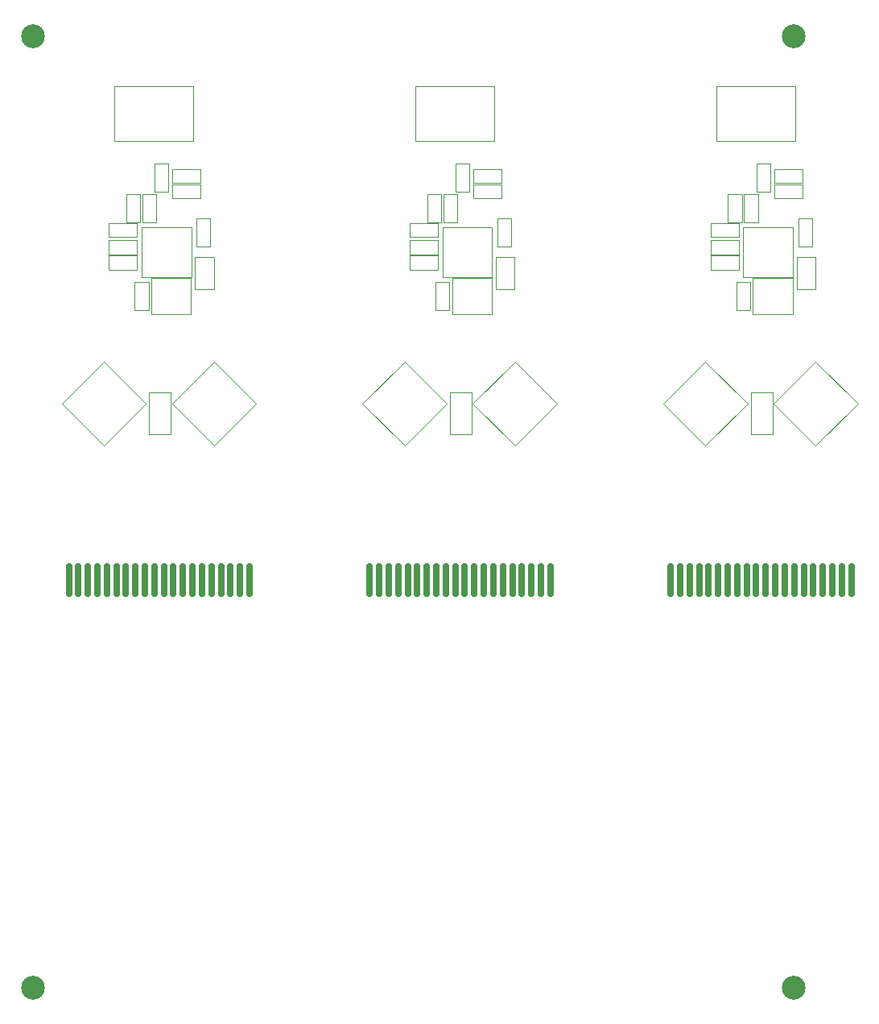
<source format=gbr>
%TF.GenerationSoftware,KiCad,Pcbnew,(6.0.5)*%
%TF.CreationDate,2022-11-09T23:23:21+01:00*%
%TF.ProjectId,stencil,7374656e-6369-46c2-9e6b-696361645f70,rev?*%
%TF.SameCoordinates,Original*%
%TF.FileFunction,Glue,Top*%
%TF.FilePolarity,Positive*%
%FSLAX46Y46*%
G04 Gerber Fmt 4.6, Leading zero omitted, Abs format (unit mm)*
G04 Created by KiCad (PCBNEW (6.0.5)) date 2022-11-09 23:23:21*
%MOMM*%
%LPD*%
G01*
G04 APERTURE LIST*
G04 Aperture macros list*
%AMRoundRect*
0 Rectangle with rounded corners*
0 $1 Rounding radius*
0 $2 $3 $4 $5 $6 $7 $8 $9 X,Y pos of 4 corners*
0 Add a 4 corners polygon primitive as box body*
4,1,4,$2,$3,$4,$5,$6,$7,$8,$9,$2,$3,0*
0 Add four circle primitives for the rounded corners*
1,1,$1+$1,$2,$3*
1,1,$1+$1,$4,$5*
1,1,$1+$1,$6,$7*
1,1,$1+$1,$8,$9*
0 Add four rect primitives between the rounded corners*
20,1,$1+$1,$2,$3,$4,$5,0*
20,1,$1+$1,$4,$5,$6,$7,0*
20,1,$1+$1,$6,$7,$8,$9,0*
20,1,$1+$1,$8,$9,$2,$3,0*%
G04 Aperture macros list end*
%ADD10C,0.100000*%
%ADD11C,2.500000*%
%ADD12RoundRect,0.150000X-0.150000X-1.600000X0.150000X-1.600000X0.150000X1.600000X-0.150000X1.600000X0*%
G04 APERTURE END LIST*
D10*
X93780000Y-37080000D02*
X92320000Y-37080000D01*
X92320000Y-34120000D01*
X93780000Y-34120000D01*
X93780000Y-37080000D01*
X35130000Y-34530000D02*
X32170000Y-34530000D01*
X32170000Y-33070000D01*
X35130000Y-33070000D01*
X35130000Y-34530000D01*
X36180000Y-39580000D02*
X34720000Y-39580000D01*
X34720000Y-36620000D01*
X36180000Y-36620000D01*
X36180000Y-39580000D01*
X62130000Y-37080000D02*
X60670000Y-37080000D01*
X60670000Y-34120000D01*
X62130000Y-34120000D01*
X62130000Y-37080000D01*
X28780000Y-37080000D02*
X27320000Y-37080000D01*
X27320000Y-34120000D01*
X28780000Y-34120000D01*
X28780000Y-37080000D01*
X60080000Y-42030000D02*
X57120000Y-42030000D01*
X57120000Y-40570000D01*
X60080000Y-40570000D01*
X60080000Y-42030000D01*
X66050000Y-28500000D02*
X57750000Y-28500000D01*
X57750000Y-22800000D01*
X66050000Y-22800000D01*
X66050000Y-28500000D01*
X91730000Y-40430000D02*
X88770000Y-40430000D01*
X88770000Y-38970000D01*
X91730000Y-38970000D01*
X91730000Y-40430000D01*
X92662346Y-56100000D02*
X88250000Y-60512346D01*
X83837654Y-56100000D01*
X88250000Y-51687654D01*
X92662346Y-56100000D01*
X61330000Y-46280000D02*
X59870000Y-46280000D01*
X59870000Y-43320000D01*
X61330000Y-43320000D01*
X61330000Y-46280000D01*
X65800000Y-46750000D02*
X61600000Y-46750000D01*
X61600000Y-42950000D01*
X65800000Y-42950000D01*
X65800000Y-46750000D01*
X36530000Y-44100000D02*
X34570000Y-44100000D01*
X34570000Y-40700000D01*
X36530000Y-40700000D01*
X36530000Y-44100000D01*
X98430000Y-34530000D02*
X95470000Y-34530000D01*
X95470000Y-33070000D01*
X98430000Y-33070000D01*
X98430000Y-34530000D01*
X28430000Y-38630000D02*
X25470000Y-38630000D01*
X25470000Y-37170000D01*
X28430000Y-37170000D01*
X28430000Y-38630000D01*
X63430000Y-33880000D02*
X61970000Y-33880000D01*
X61970000Y-30920000D01*
X63430000Y-30920000D01*
X63430000Y-33880000D01*
X99480000Y-39580000D02*
X98020000Y-39580000D01*
X98020000Y-36620000D01*
X99480000Y-36620000D01*
X99480000Y-39580000D01*
X31780000Y-33880000D02*
X30320000Y-33880000D01*
X30320000Y-30920000D01*
X31780000Y-30920000D01*
X31780000Y-33880000D01*
X30480000Y-37080000D02*
X29020000Y-37080000D01*
X29020000Y-34120000D01*
X30480000Y-34120000D01*
X30480000Y-37080000D01*
X60080000Y-38630000D02*
X57120000Y-38630000D01*
X57120000Y-37170000D01*
X60080000Y-37170000D01*
X60080000Y-38630000D01*
X95080000Y-33880000D02*
X93620000Y-33880000D01*
X93620000Y-30920000D01*
X95080000Y-30920000D01*
X95080000Y-33880000D01*
X92080000Y-37080000D02*
X90620000Y-37080000D01*
X90620000Y-34120000D01*
X92080000Y-34120000D01*
X92080000Y-37080000D01*
X72612346Y-56100000D02*
X68200000Y-60512346D01*
X63787654Y-56100000D01*
X68200000Y-51687654D01*
X72612346Y-56100000D01*
X66780000Y-32930000D02*
X63820000Y-32930000D01*
X63820000Y-31470000D01*
X66780000Y-31470000D01*
X66780000Y-32930000D01*
X65820000Y-42820000D02*
X60580000Y-42820000D01*
X60580000Y-37580000D01*
X65820000Y-37580000D01*
X65820000Y-42820000D01*
X98430000Y-32930000D02*
X95470000Y-32930000D01*
X95470000Y-31470000D01*
X98430000Y-31470000D01*
X98430000Y-32930000D01*
X68180000Y-44100000D02*
X66220000Y-44100000D01*
X66220000Y-40700000D01*
X68180000Y-40700000D01*
X68180000Y-44100000D01*
X28430000Y-42030000D02*
X25470000Y-42030000D01*
X25470000Y-40570000D01*
X28430000Y-40570000D01*
X28430000Y-42030000D01*
X60080000Y-40430000D02*
X57120000Y-40430000D01*
X57120000Y-38970000D01*
X60080000Y-38970000D01*
X60080000Y-40430000D01*
X32000000Y-59300000D02*
X29700000Y-59300000D01*
X29700000Y-54900000D01*
X32000000Y-54900000D01*
X32000000Y-59300000D01*
X104262346Y-56100000D02*
X99850000Y-60512346D01*
X95437654Y-56100000D01*
X99850000Y-51687654D01*
X104262346Y-56100000D01*
X67830000Y-39580000D02*
X66370000Y-39580000D01*
X66370000Y-36620000D01*
X67830000Y-36620000D01*
X67830000Y-39580000D01*
X34150000Y-46750000D02*
X29950000Y-46750000D01*
X29950000Y-42950000D01*
X34150000Y-42950000D01*
X34150000Y-46750000D01*
X91730000Y-42030000D02*
X88770000Y-42030000D01*
X88770000Y-40570000D01*
X91730000Y-40570000D01*
X91730000Y-42030000D01*
X35130000Y-32930000D02*
X32170000Y-32930000D01*
X32170000Y-31470000D01*
X35130000Y-31470000D01*
X35130000Y-32930000D01*
X97700000Y-28500000D02*
X89400000Y-28500000D01*
X89400000Y-22800000D01*
X97700000Y-22800000D01*
X97700000Y-28500000D01*
X97450000Y-46750000D02*
X93250000Y-46750000D01*
X93250000Y-42950000D01*
X97450000Y-42950000D01*
X97450000Y-46750000D01*
X28430000Y-40430000D02*
X25470000Y-40430000D01*
X25470000Y-38970000D01*
X28430000Y-38970000D01*
X28430000Y-40430000D01*
X29680000Y-46280000D02*
X28220000Y-46280000D01*
X28220000Y-43320000D01*
X29680000Y-43320000D01*
X29680000Y-46280000D01*
X63650000Y-59300000D02*
X61350000Y-59300000D01*
X61350000Y-54900000D01*
X63650000Y-54900000D01*
X63650000Y-59300000D01*
X97470000Y-42820000D02*
X92230000Y-42820000D01*
X92230000Y-37580000D01*
X97470000Y-37580000D01*
X97470000Y-42820000D01*
X34170000Y-42820000D02*
X28930000Y-42820000D01*
X28930000Y-37580000D01*
X34170000Y-37580000D01*
X34170000Y-42820000D01*
X92980000Y-46280000D02*
X91520000Y-46280000D01*
X91520000Y-43320000D01*
X92980000Y-43320000D01*
X92980000Y-46280000D01*
X60430000Y-37080000D02*
X58970000Y-37080000D01*
X58970000Y-34120000D01*
X60430000Y-34120000D01*
X60430000Y-37080000D01*
X91730000Y-38630000D02*
X88770000Y-38630000D01*
X88770000Y-37170000D01*
X91730000Y-37170000D01*
X91730000Y-38630000D01*
X34400000Y-28500000D02*
X26100000Y-28500000D01*
X26100000Y-22800000D01*
X34400000Y-22800000D01*
X34400000Y-28500000D01*
X29362346Y-56100000D02*
X24950000Y-60512346D01*
X20537654Y-56100000D01*
X24950000Y-51687654D01*
X29362346Y-56100000D01*
X99830000Y-44100000D02*
X97870000Y-44100000D01*
X97870000Y-40700000D01*
X99830000Y-40700000D01*
X99830000Y-44100000D01*
X95300000Y-59300000D02*
X93000000Y-59300000D01*
X93000000Y-54900000D01*
X95300000Y-54900000D01*
X95300000Y-59300000D01*
X40962346Y-56100000D02*
X36550000Y-60512346D01*
X32137654Y-56100000D01*
X36550000Y-51687654D01*
X40962346Y-56100000D01*
X66780000Y-34530000D02*
X63820000Y-34530000D01*
X63820000Y-33070000D01*
X66780000Y-33070000D01*
X66780000Y-34530000D01*
X61012346Y-56100000D02*
X56600000Y-60512346D01*
X52187654Y-56100000D01*
X56600000Y-51687654D01*
X61012346Y-56100000D01*
D11*
%TO.C,REF\u002A\u002A*%
X17500000Y-117500000D03*
%TD*%
%TO.C,REF\u002A\u002A*%
X17500000Y-17500000D03*
%TD*%
D12*
%TO.C,piezo1*%
X68940000Y-74650000D03*
X57940000Y-74650000D03*
X53940000Y-74650000D03*
X62940000Y-74650000D03*
X65940000Y-74650000D03*
X58940000Y-74650000D03*
X54940000Y-74650000D03*
X70940000Y-74650000D03*
X64940000Y-74650000D03*
X52940000Y-74650000D03*
X56940000Y-74650000D03*
X60940000Y-74650000D03*
X67940000Y-74650000D03*
X61940000Y-74650000D03*
X55940000Y-74650000D03*
X69940000Y-74650000D03*
X71940000Y-74650000D03*
X66940000Y-74650000D03*
X63940000Y-74650000D03*
X59940000Y-74650000D03*
%TD*%
D11*
%TO.C,REF\u002A\u002A*%
X97500000Y-17500000D03*
%TD*%
D12*
%TO.C,piezo1*%
X102590000Y-74650000D03*
X100590000Y-74650000D03*
X86590000Y-74650000D03*
X96590000Y-74650000D03*
X101590000Y-74650000D03*
X95590000Y-74650000D03*
X97590000Y-74650000D03*
X85590000Y-74650000D03*
X94590000Y-74650000D03*
X88590000Y-74650000D03*
X98590000Y-74650000D03*
X91590000Y-74650000D03*
X90590000Y-74650000D03*
X93590000Y-74650000D03*
X84590000Y-74650000D03*
X92590000Y-74650000D03*
X89590000Y-74650000D03*
X87590000Y-74650000D03*
X103590000Y-74650000D03*
X99590000Y-74650000D03*
%TD*%
%TO.C,piezo1*%
X40290000Y-74650000D03*
X37290000Y-74650000D03*
X28290000Y-74650000D03*
X30290000Y-74650000D03*
X27290000Y-74650000D03*
X26290000Y-74650000D03*
X38290000Y-74650000D03*
X22290000Y-74650000D03*
X21290000Y-74650000D03*
X25290000Y-74650000D03*
X35290000Y-74650000D03*
X29290000Y-74650000D03*
X23290000Y-74650000D03*
X32290000Y-74650000D03*
X24290000Y-74650000D03*
X39290000Y-74650000D03*
X33290000Y-74650000D03*
X34290000Y-74650000D03*
X31290000Y-74650000D03*
X36290000Y-74650000D03*
%TD*%
D11*
%TO.C,REF\u002A\u002A*%
X97500000Y-117500000D03*
%TD*%
M02*

</source>
